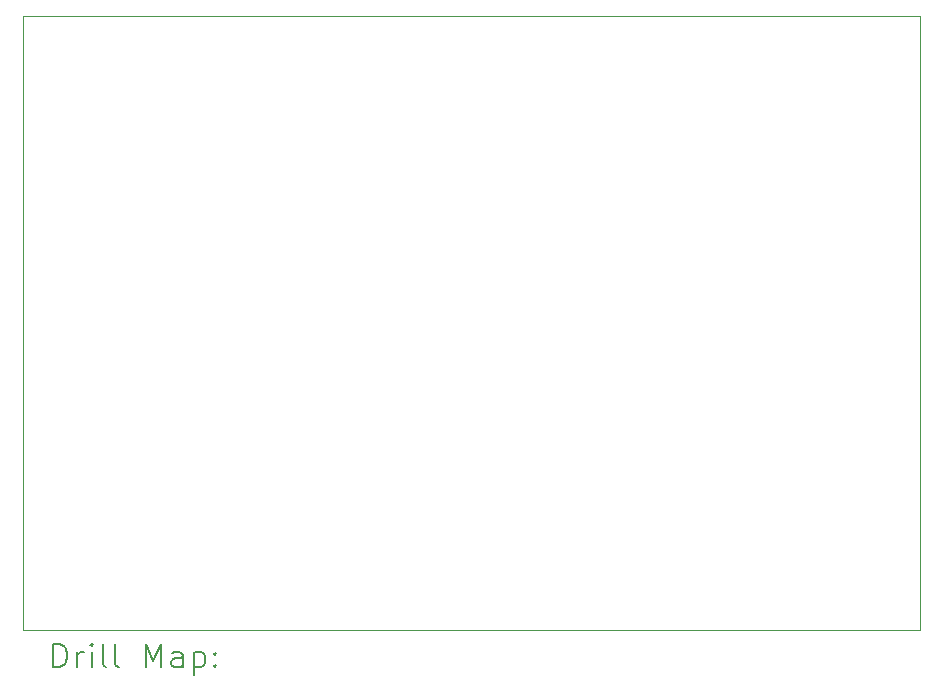
<source format=gbr>
%TF.GenerationSoftware,KiCad,Pcbnew,8.0.6*%
%TF.CreationDate,2025-01-30T10:53:47+01:00*%
%TF.ProjectId,colorsorter_schematic,636f6c6f-7273-46f7-9274-65725f736368,rev?*%
%TF.SameCoordinates,Original*%
%TF.FileFunction,Drillmap*%
%TF.FilePolarity,Positive*%
%FSLAX45Y45*%
G04 Gerber Fmt 4.5, Leading zero omitted, Abs format (unit mm)*
G04 Created by KiCad (PCBNEW 8.0.6) date 2025-01-30 10:53:47*
%MOMM*%
%LPD*%
G01*
G04 APERTURE LIST*
%ADD10C,0.050000*%
%ADD11C,0.200000*%
G04 APERTURE END LIST*
D10*
X10716000Y-7593000D02*
X10716000Y-7493000D01*
X18316000Y-7493000D02*
X18316000Y-12693000D01*
X18316000Y-12693000D02*
X10716000Y-12693000D01*
X10716000Y-7493000D02*
X18316000Y-7493000D01*
X10716000Y-12693000D02*
X10716000Y-7593000D01*
D11*
X10974277Y-13006984D02*
X10974277Y-12806984D01*
X10974277Y-12806984D02*
X11021896Y-12806984D01*
X11021896Y-12806984D02*
X11050467Y-12816508D01*
X11050467Y-12816508D02*
X11069515Y-12835555D01*
X11069515Y-12835555D02*
X11079039Y-12854603D01*
X11079039Y-12854603D02*
X11088563Y-12892698D01*
X11088563Y-12892698D02*
X11088563Y-12921269D01*
X11088563Y-12921269D02*
X11079039Y-12959365D01*
X11079039Y-12959365D02*
X11069515Y-12978412D01*
X11069515Y-12978412D02*
X11050467Y-12997460D01*
X11050467Y-12997460D02*
X11021896Y-13006984D01*
X11021896Y-13006984D02*
X10974277Y-13006984D01*
X11174277Y-13006984D02*
X11174277Y-12873650D01*
X11174277Y-12911746D02*
X11183801Y-12892698D01*
X11183801Y-12892698D02*
X11193324Y-12883174D01*
X11193324Y-12883174D02*
X11212372Y-12873650D01*
X11212372Y-12873650D02*
X11231420Y-12873650D01*
X11298086Y-13006984D02*
X11298086Y-12873650D01*
X11298086Y-12806984D02*
X11288562Y-12816508D01*
X11288562Y-12816508D02*
X11298086Y-12826031D01*
X11298086Y-12826031D02*
X11307610Y-12816508D01*
X11307610Y-12816508D02*
X11298086Y-12806984D01*
X11298086Y-12806984D02*
X11298086Y-12826031D01*
X11421896Y-13006984D02*
X11402848Y-12997460D01*
X11402848Y-12997460D02*
X11393324Y-12978412D01*
X11393324Y-12978412D02*
X11393324Y-12806984D01*
X11526658Y-13006984D02*
X11507610Y-12997460D01*
X11507610Y-12997460D02*
X11498086Y-12978412D01*
X11498086Y-12978412D02*
X11498086Y-12806984D01*
X11755229Y-13006984D02*
X11755229Y-12806984D01*
X11755229Y-12806984D02*
X11821896Y-12949841D01*
X11821896Y-12949841D02*
X11888562Y-12806984D01*
X11888562Y-12806984D02*
X11888562Y-13006984D01*
X12069515Y-13006984D02*
X12069515Y-12902222D01*
X12069515Y-12902222D02*
X12059991Y-12883174D01*
X12059991Y-12883174D02*
X12040943Y-12873650D01*
X12040943Y-12873650D02*
X12002848Y-12873650D01*
X12002848Y-12873650D02*
X11983801Y-12883174D01*
X12069515Y-12997460D02*
X12050467Y-13006984D01*
X12050467Y-13006984D02*
X12002848Y-13006984D01*
X12002848Y-13006984D02*
X11983801Y-12997460D01*
X11983801Y-12997460D02*
X11974277Y-12978412D01*
X11974277Y-12978412D02*
X11974277Y-12959365D01*
X11974277Y-12959365D02*
X11983801Y-12940317D01*
X11983801Y-12940317D02*
X12002848Y-12930793D01*
X12002848Y-12930793D02*
X12050467Y-12930793D01*
X12050467Y-12930793D02*
X12069515Y-12921269D01*
X12164753Y-12873650D02*
X12164753Y-13073650D01*
X12164753Y-12883174D02*
X12183801Y-12873650D01*
X12183801Y-12873650D02*
X12221896Y-12873650D01*
X12221896Y-12873650D02*
X12240943Y-12883174D01*
X12240943Y-12883174D02*
X12250467Y-12892698D01*
X12250467Y-12892698D02*
X12259991Y-12911746D01*
X12259991Y-12911746D02*
X12259991Y-12968888D01*
X12259991Y-12968888D02*
X12250467Y-12987936D01*
X12250467Y-12987936D02*
X12240943Y-12997460D01*
X12240943Y-12997460D02*
X12221896Y-13006984D01*
X12221896Y-13006984D02*
X12183801Y-13006984D01*
X12183801Y-13006984D02*
X12164753Y-12997460D01*
X12345705Y-12987936D02*
X12355229Y-12997460D01*
X12355229Y-12997460D02*
X12345705Y-13006984D01*
X12345705Y-13006984D02*
X12336182Y-12997460D01*
X12336182Y-12997460D02*
X12345705Y-12987936D01*
X12345705Y-12987936D02*
X12345705Y-13006984D01*
X12345705Y-12883174D02*
X12355229Y-12892698D01*
X12355229Y-12892698D02*
X12345705Y-12902222D01*
X12345705Y-12902222D02*
X12336182Y-12892698D01*
X12336182Y-12892698D02*
X12345705Y-12883174D01*
X12345705Y-12883174D02*
X12345705Y-12902222D01*
M02*

</source>
